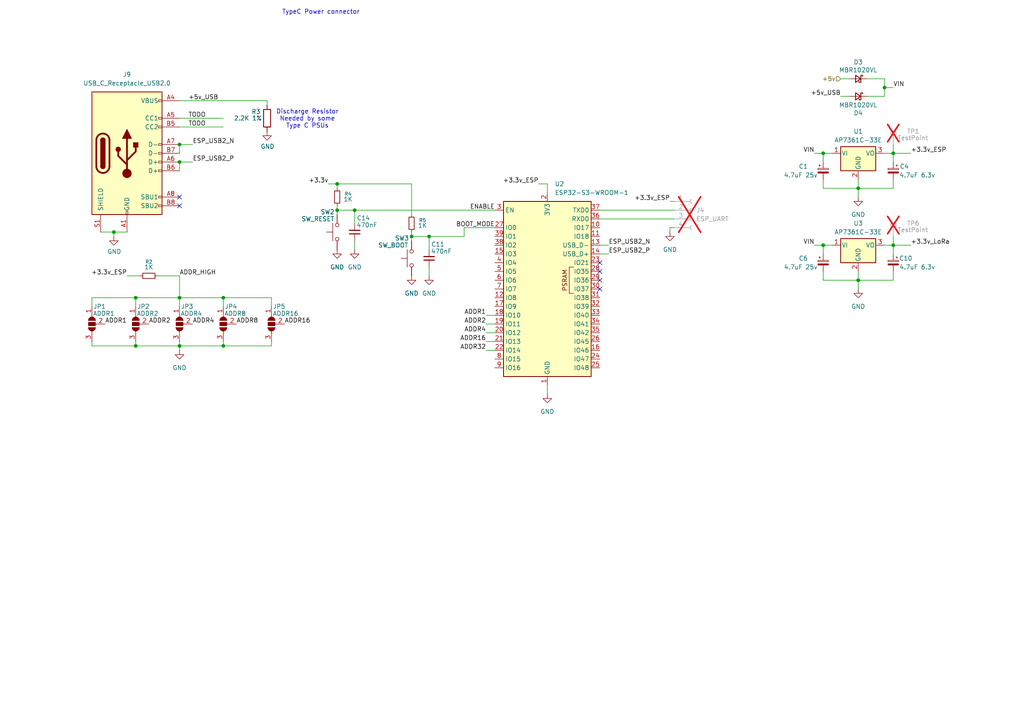
<source format=kicad_sch>
(kicad_sch (version 20250114) (generator "eeschema") (generator_version "9.0")
  (paper "A4")
  (lib_symbols
    (symbol "Connector:Conn_01x04_Socket" (pin_names (offset 1.016) (hide yes))
      (property "Reference" "J" (at 0 5.08 0))
      (property "Value" "Conn_01x04_Socket" (at 0 -7.62 0))
      (symbol "Conn_01x04_Socket_1_1"
        (polyline (pts (xy -1.27 2.54) (xy -0.508 2.54)) (stroke (width 0.1524)))
        (polyline (pts (xy -1.27 0) (xy -0.508 0)) (stroke (width 0.1524)))
        (polyline (pts (xy -1.27 -2.54) (xy -0.508 -2.54)) (stroke (width 0.1524)))
        (polyline (pts (xy -1.27 -5.08) (xy -0.508 -5.08)) (stroke (width 0.1524)))
        (arc (start 0 2.032) (mid -0.5058 2.54) (end 0 3.048) (stroke (width 0.1524)))
        (arc (start 0 -0.508) (mid -0.5058 0) (end 0 0.508) (stroke (width 0.1524)))
        (arc (start 0 -3.048) (mid -0.5058 -2.54) (end 0 -2.032) (stroke (width 0.1524)))
        (arc (start 0 -5.588) (mid -0.5058 -5.08) (end 0 -4.572) (stroke (width 0.1524)))
        (pin passive line (at -5.08 2.54 0) (length 3.81) (name "Pin_1") (number "1"))
        (pin passive line (at -5.08 0 0) (length 3.81) (name "Pin_2") (number "2"))
        (pin passive line (at -5.08 -2.54 0) (length 3.81) (name "Pin_3") (number "3"))
        (pin passive line (at -5.08 -5.08 0) (length 3.81) (name "Pin_4") (number "4"))
      )
    )
    (symbol "Connector:TestPoint" (pin_numbers (hide yes)) (pin_names (offset 0.762) (hide yes))
      (property "Reference" "TP" (at 0 6.858 0))
      (property "Value" "TestPoint" (at 0 5.08 0))
      (symbol "TestPoint_0_1"
        (circle (center 0 3.302) (radius 0.762))
      )
      (symbol "TestPoint_1_1"
        (pin passive line (at 0 0 90) (length 2.54) (name "1") (number "1"))
      )
    )
    (symbol "Connector:USB_C_Receptacle_USB2.0_16P" (pin_names (offset 1.016))
      (property "Reference" "J" (at 0 22.225 0))
      (property "Value" "USB_C_Receptacle_USB2.0_16P" (at 0 19.685 0))
      (symbol "USB_C_Receptacle_USB2.0_16P_0_0"
        (rectangle (start -0.254 -17.78) (end 0.254 -16.764))
        (rectangle (start 10.16 15.494) (end 9.144 14.986))
        (rectangle (start 10.16 10.414) (end 9.144 9.906))
        (rectangle (start 10.16 7.874) (end 9.144 7.366))
        (rectangle (start 10.16 2.794) (end 9.144 2.286))
        (rectangle (start 10.16 0.254) (end 9.144 -0.254))
        (rectangle (start 10.16 -2.286) (end 9.144 -2.794))
        (rectangle (start 10.16 -4.826) (end 9.144 -5.334))
        (rectangle (start 10.16 -12.446) (end 9.144 -12.954))
        (rectangle (start 10.16 -14.986) (end 9.144 -15.494))
      )
      (symbol "USB_C_Receptacle_USB2.0_16P_0_1"
        (rectangle (start -10.16 17.78) (end 10.16 -17.78) (stroke (width 0.254)) (fill (type background)))
        (polyline (pts (xy -8.89 -3.81) (xy -8.89 3.81)) (stroke (width 0.508)))
        (rectangle (start -7.62 -3.81) (end -6.35 3.81) (stroke (width 0.254)) (fill (type outline)))
        (arc (start -7.62 3.81) (mid -6.985 4.4423) (end -6.35 3.81) (stroke (width 0.254)))
        (arc (start -7.62 3.81) (mid -6.985 4.4423) (end -6.35 3.81) (stroke (width 0.254)) (fill (type outline)))
        (arc (start -8.89 3.81) (mid -6.985 5.7067) (end -5.08 3.81) (stroke (width 0.508)))
        (arc (start -5.08 -3.81) (mid -6.985 -5.7067) (end -8.89 -3.81) (stroke (width 0.508)))
        (arc (start -6.35 -3.81) (mid -6.985 -4.4423) (end -7.62 -3.81) (stroke (width 0.254)))
        (arc (start -6.35 -3.81) (mid -6.985 -4.4423) (end -7.62 -3.81) (stroke (width 0.254)) (fill (type outline)))
        (polyline (pts (xy -5.08 3.81) (xy -5.08 -3.81)) (stroke (width 0.508)))
        (circle (center -2.54 1.143) (radius 0.635) (stroke (width 0.254)) (fill (type outline)))
        (polyline (pts (xy -1.27 4.318) (xy 0 6.858) (xy 1.27 4.318) (xy -1.27 4.318)) (stroke (width 0.254)) (fill (type outline)))
        (polyline (pts (xy 0 -2.032) (xy 2.54 0.508) (xy 2.54 1.778)) (stroke (width 0.508)))
        (polyline (pts (xy 0 -3.302) (xy -2.54 -0.762) (xy -2.54 0.508)) (stroke (width 0.508)))
        (polyline (pts (xy 0 -5.842) (xy 0 4.318)) (stroke (width 0.508)))
        (circle (center 0 -5.842) (radius 1.27) (fill (type outline)))
        (rectangle (start 1.905 1.778) (end 3.175 3.048) (stroke (width 0.254)) (fill (type outline)))
      )
      (symbol "USB_C_Receptacle_USB2.0_16P_1_1"
        (pin passive line (at -7.62 -22.86 90) (length 5.08) (name "SHIELD") (number "S1"))
        (pin passive line (at 0 -22.86 90) (length 5.08) (name "GND") (number "A1"))
        (pin passive line (at 0 -22.86 90) (length 5.08) (hide yes) (name "GND") (number "A12"))
        (pin passive line (at 0 -22.86 90) (length 5.08) (hide yes) (name "GND") (number "B1"))
        (pin passive line (at 0 -22.86 90) (length 5.08) (hide yes) (name "GND") (number "B12"))
        (pin passive line (at 15.24 15.24 180) (length 5.08) (name "VBUS") (number "A4"))
        (pin passive line (at 15.24 15.24 180) (length 5.08) (hide yes) (name "VBUS") (number "A9"))
        (pin passive line (at 15.24 15.24 180) (length 5.08) (hide yes) (name "VBUS") (number "B4"))
        (pin passive line (at 15.24 15.24 180) (length 5.08) (hide yes) (name "VBUS") (number "B9"))
        (pin bidirectional line (at 15.24 10.16 180) (length 5.08) (name "CC1") (number "A5"))
        (pin bidirectional line (at 15.24 7.62 180) (length 5.08) (name "CC2") (number "B5"))
        (pin bidirectional line (at 15.24 2.54 180) (length 5.08) (name "D-") (number "A7"))
        (pin bidirectional line (at 15.24 0 180) (length 5.08) (name "D-") (number "B7"))
        (pin bidirectional line (at 15.24 -2.54 180) (length 5.08) (name "D+") (number "A6"))
        (pin bidirectional line (at 15.24 -5.08 180) (length 5.08) (name "D+") (number "B6"))
        (pin bidirectional line (at 15.24 -12.7 180) (length 5.08) (name "SBU1") (number "A8"))
        (pin bidirectional line (at 15.24 -15.24 180) (length 5.08) (name "SBU2") (number "B8"))
      )
    )
    (symbol "Device:C_Polarized_Small" (pin_numbers (hide yes)) (pin_names (offset 0.254) (hide yes))
      (property "Reference" "C" (at 0.254 1.778 0))
      (property "Value" "C_Polarized_Small" (at 0.254 -2.032 0))
      (symbol "C_Polarized_Small_0_1"
        (rectangle (start -1.524 0.6858) (end 1.524 0.3048))
        (rectangle (start -1.524 -0.3048) (end 1.524 -0.6858) (fill (type outline)))
        (polyline (pts (xy -1.27 1.524) (xy -0.762 1.524)))
        (polyline (pts (xy -1.016 1.27) (xy -1.016 1.778)))
      )
      (symbol "C_Polarized_Small_1_1"
        (pin passive line (at 0 2.54 270) (length 1.8542) (name "~") (number "1"))
        (pin passive line (at 0 -2.54 90) (length 1.8542) (name "~") (number "2"))
      )
    )
    (symbol "Device:C_Small" (pin_numbers (hide yes)) (pin_names (offset 0.254) (hide yes))
      (property "Reference" "C" (at 0.254 1.778 0))
      (property "Value" "C_Small" (at 0.254 -2.032 0))
      (symbol "C_Small_0_1"
        (polyline (pts (xy -1.524 0.508) (xy 1.524 0.508)) (stroke (width 0.3048)))
        (polyline (pts (xy -1.524 -0.508) (xy 1.524 -0.508)) (stroke (width 0.3302)))
      )
      (symbol "C_Small_1_1"
        (pin passive line (at 0 2.54 270) (length 2.032) (name "~") (number "1"))
        (pin passive line (at 0 -2.54 90) (length 2.032) (name "~") (number "2"))
      )
    )
    (symbol "Device:D_Schottky_Small" (pin_numbers (hide yes)) (pin_names (offset 0.254) (hide yes))
      (property "Reference" "D" (at -1.27 2.032 0))
      (property "Value" "D_Schottky_Small" (at -7.112 -2.032 0))
      (symbol "D_Schottky_Small_0_1"
        (polyline (pts (xy -1.27 0.762) (xy -1.27 1.016) (xy -0.762 1.016) (xy -0.762 -1.016) (xy -0.254 -1.016) (xy -0.254 -0.762)) (stroke (width 0.254)))
        (polyline (pts (xy -0.762 0) (xy 0.762 0)))
        (polyline (pts (xy 0.762 -1.016) (xy -0.762 0) (xy 0.762 1.016) (xy 0.762 -1.016)) (stroke (width 0.254)))
      )
      (symbol "D_Schottky_Small_1_1"
        (pin passive line (at -2.54 0 0) (length 1.778) (name "K") (number "1"))
        (pin passive line (at 2.54 0 180) (length 1.778) (name "A") (number "2"))
      )
    )
    (symbol "Device:R" (pin_numbers (hide yes)) (pin_names (offset 0))
      (property "Reference" "R" (at 2.032 0 90))
      (property "Value" "R" (at 0 0 90))
      (symbol "R_0_1"
        (rectangle (start -1.016 -2.54) (end 1.016 2.54) (stroke (width 0.254)))
      )
      (symbol "R_1_1"
        (pin passive line (at 0 3.81 270) (length 1.27) (name "~") (number "1"))
        (pin passive line (at 0 -3.81 90) (length 1.27) (name "~") (number "2"))
      )
    )
    (symbol "Device:R_Small" (pin_numbers (hide yes)) (pin_names (offset 0.254) (hide yes))
      (property "Reference" "R" (at 0 0 90))
      (property "Value" "R_Small" (at 1.778 0 90))
      (symbol "R_Small_0_1"
        (rectangle (start -0.762 1.778) (end 0.762 -1.778) (stroke (width 0.2032)))
      )
      (symbol "R_Small_1_1"
        (pin passive line (at 0 2.54 270) (length 0.762) (name "~") (number "1"))
        (pin passive line (at 0 -2.54 90) (length 0.762) (name "~") (number "2"))
      )
    )
    (symbol "Jumper:SolderJumper_3_Open" (pin_names (offset 0) (hide yes)) (in_bom no)
      (property "Reference" "JP" (at -2.54 -2.54 0))
      (property "Value" "SolderJumper_3_Open" (at 0 2.794 0))
      (symbol "SolderJumper_3_Open_0_1"
        (polyline (pts (xy -2.54 0) (xy -2.032 0)))
        (polyline (pts (xy -1.016 1.016) (xy -1.016 -1.016)))
        (arc (start -1.016 -1.016) (mid -2.0276 0) (end -1.016 1.016))
        (arc (start -1.016 -1.016) (mid -2.0276 0) (end -1.016 1.016) (fill (type outline)))
        (rectangle (start -0.508 1.016) (end 0.508 -1.016) (fill (type outline)))
        (polyline (pts (xy 0 -1.27) (xy 0 -1.016)))
        (arc (start 1.016 1.016) (mid 2.0276 0) (end 1.016 -1.016))
        (arc (start 1.016 1.016) (mid 2.0276 0) (end 1.016 -1.016) (fill (type outline)))
        (polyline (pts (xy 1.016 1.016) (xy 1.016 -1.016)))
        (polyline (pts (xy 2.54 0) (xy 2.032 0)))
      )
      (symbol "SolderJumper_3_Open_1_1"
        (pin passive line (at -5.08 0 0) (length 2.54) (name "A") (number "1"))
        (pin passive line (at 0 -3.81 90) (length 2.54) (name "C") (number "2"))
        (pin passive line (at 5.08 0 180) (length 2.54) (name "B") (number "3"))
      )
    )
    (symbol "RF_Module:ESP32-S3-WROOM-1"
      (property "Reference" "U" (at -12.7 26.67 0))
      (property "Value" "ESP32-S3-WROOM-1" (at 12.7 26.67 0))
      (symbol "ESP32-S3-WROOM-1_0_0"
        (rectangle (start -12.7 25.4) (end 12.7 -25.4) (stroke (width 0.254)) (fill (type background)))
        (text "PSRAM" (at 5.08 2.54 900) (effects (font (size 1.27 1.27))))
      )
      (symbol "ESP32-S3-WROOM-1_0_1"
        (polyline (pts (xy 7.62 -1.27) (xy 6.35 -1.27) (xy 6.35 6.35) (xy 7.62 6.35)))
      )
      (symbol "ESP32-S3-WROOM-1_1_1"
        (pin input line (at -15.24 22.86 0) (length 2.54) (name "EN") (number "3"))
        (pin bidirectional line (at -15.24 17.78 0) (length 2.54) (name "IO0") (number "27"))
        (pin bidirectional line (at -15.24 15.24 0) (length 2.54) (name "IO1") (number "39"))
        (pin bidirectional line (at -15.24 12.7 0) (length 2.54) (name "IO2") (number "38"))
        (pin bidirectional line (at -15.24 10.16 0) (length 2.54) (name "IO3") (number "15"))
        (pin bidirectional line (at -15.24 7.62 0) (length 2.54) (name "IO4") (number "4"))
        (pin bidirectional line (at -15.24 5.08 0) (length 2.54) (name "IO5") (number "5"))
        (pin bidirectional line (at -15.24 2.54 0) (length 2.54) (name "IO6") (number "6"))
        (pin bidirectional line (at -15.24 0 0) (length 2.54) (name "IO7") (number "7"))
        (pin bidirectional line (at -15.24 -2.54 0) (length 2.54) (name "IO8") (number "12"))
        (pin bidirectional line (at -15.24 -5.08 0) (length 2.54) (name "IO9") (number "17"))
        (pin bidirectional line (at -15.24 -7.62 0) (length 2.54) (name "IO10") (number "18"))
        (pin bidirectional line (at -15.24 -10.16 0) (length 2.54) (name "IO11") (number "19"))
        (pin bidirectional line (at -15.24 -12.7 0) (length 2.54) (name "IO12") (number "20"))
        (pin bidirectional line (at -15.24 -15.24 0) (length 2.54) (name "IO13") (number "21"))
        (pin bidirectional line (at -15.24 -17.78 0) (length 2.54) (name "IO14") (number "22"))
        (pin bidirectional line (at -15.24 -20.32 0) (length 2.54) (name "IO15") (number "8"))
        (pin bidirectional line (at -15.24 -22.86 0) (length 2.54) (name "IO16") (number "9"))
        (pin power_in line (at 0 27.94 270) (length 2.54) (name "3V3") (number "2"))
        (pin power_in line (at 0 -27.94 90) (length 2.54) (name "GND") (number "1"))
        (pin passive line (at 0 -27.94 90) (length 2.54) (hide yes) (name "GND") (number "40"))
        (pin passive line (at 0 -27.94 90) (length 2.54) (hide yes) (name "GND") (number "41"))
        (pin bidirectional line (at 15.24 22.86 180) (length 2.54) (name "TXD0") (number "37"))
        (pin bidirectional line (at 15.24 20.32 180) (length 2.54) (name "RXD0") (number "36"))
        (pin bidirectional line (at 15.24 17.78 180) (length 2.54) (name "IO17") (number "10"))
        (pin bidirectional line (at 15.24 15.24 180) (length 2.54) (name "IO18") (number "11"))
        (pin bidirectional line (at 15.24 12.7 180) (length 2.54) (name "USB_D-") (number "13"))
        (pin bidirectional line (at 15.24 10.16 180) (length 2.54) (name "USB_D+") (number "14"))
        (pin bidirectional line (at 15.24 7.62 180) (length 2.54) (name "IO21") (number "23"))
        (pin bidirectional line (at 15.24 5.08 180) (length 2.54) (name "IO35") (number "28"))
        (pin bidirectional line (at 15.24 2.54 180) (length 2.54) (name "IO36") (number "29"))
        (pin bidirectional line (at 15.24 0 180) (length 2.54) (name "IO37") (number "30"))
        (pin bidirectional line (at 15.24 -2.54 180) (length 2.54) (name "IO38") (number "31"))
        (pin bidirectional line (at 15.24 -5.08 180) (length 2.54) (name "IO39") (number "32"))
        (pin bidirectional line (at 15.24 -7.62 180) (length 2.54) (name "IO40") (number "33"))
        (pin bidirectional line (at 15.24 -10.16 180) (length 2.54) (name "IO41") (number "34"))
        (pin bidirectional line (at 15.24 -12.7 180) (length 2.54) (name "IO42") (number "35"))
        (pin bidirectional line (at 15.24 -15.24 180) (length 2.54) (name "IO45") (number "26"))
        (pin bidirectional line (at 15.24 -17.78 180) (length 2.54) (name "IO46") (number "16"))
        (pin bidirectional line (at 15.24 -20.32 180) (length 2.54) (name "IO47") (number "24"))
        (pin bidirectional line (at 15.24 -22.86 180) (length 2.54) (name "IO48") (number "25"))
      )
    )
    (symbol "Regulator_Linear:AP7361C-33E" (pin_names (offset 0.254))
      (property "Reference" "U" (at -3.81 3.175 0))
      (property "Value" "AP7361C-33E" (at 0 3.175 0))
      (symbol "AP7361C-33E_0_1"
        (rectangle (start -5.08 -5.08) (end 5.08 1.905) (stroke (width 0.254)) (fill (type background)))
      )
      (symbol "AP7361C-33E_1_1"
        (pin power_in line (at -7.62 0 0) (length 2.54) (name "VI") (number "1"))
        (pin power_in line (at 0 -7.62 90) (length 2.54) (name "GND") (number "2"))
        (pin power_out line (at 7.62 0 180) (length 2.54) (name "VO") (number "3"))
      )
    )
    (symbol "Switch:SW_Push" (pin_numbers (hide yes)) (pin_names (offset 1.016) (hide yes))
      (property "Reference" "SW" (at 1.27 2.54 0))
      (property "Value" "SW_Push" (at 0 -1.524 0))
      (symbol "SW_Push_0_1"
        (circle (center -2.032 0) (radius 0.508))
        (polyline (pts (xy 0 1.27) (xy 0 3.048)))
        (circle (center 2.032 0) (radius 0.508))
        (polyline (pts (xy 2.54 1.27) (xy -2.54 1.27)))
        (pin passive line (at -5.08 0 0) (length 2.54) (name "1") (number "1"))
        (pin passive line (at 5.08 0 180) (length 2.54) (name "2") (number "2"))
      )
    )
    (symbol "power:GND" (power) (pin_numbers (hide yes)) (pin_names (offset 0) (hide yes))
      (property "Value" "GND" (at 0 -3.81 0))
      (symbol "GND_0_1"
        (polyline (pts (xy 0 0) (xy 0 -1.27) (xy 1.27 -1.27) (xy 0 -2.54) (xy -1.27 -1.27) (xy 0 -1.27)))
      )
      (symbol "GND_1_1"
        (pin power_in line (at 0 0 270) (length 0) (name "~") (number "1"))
      )
    )
  )
  (text "Discharge Resistor\nNeeded by some\nType C PSUs" (at 89.154 34.544 0) (effects (font (size 1.27 1.27))))
  (text "TypeC Power connector" (at 81.788 4.318 0) (effects (font (size 1.27 1.27)) (justify left bottom)))
  (junction (at 52.07 46.99))
  (junction (at 52.07 41.91))
  (junction (at 259.08 71.12))
  (junction (at 39.37 86.36))
  (junction (at 64.77 100.33))
  (junction (at 119.38 68.58))
  (junction (at 33.02 67.31))
  (junction (at 238.76 71.12))
  (junction (at 39.37 100.33))
  (junction (at 124.46 68.58))
  (junction (at 256.54 25.4))
  (junction (at 64.77 86.36))
  (junction (at 52.07 100.33))
  (junction (at 97.79 53.34))
  (junction (at 248.92 54.61))
  (junction (at 259.08 44.45))
  (junction (at 102.87 60.96))
  (junction (at 52.07 86.36))
  (junction (at 248.92 81.28))
  (junction (at 238.76 44.45))
  (junction (at 97.79 60.96))
  (no_connect (at 52.07 57.15))
  (no_connect (at 173.99 76.2))
  (no_connect (at 173.99 78.74))
  (no_connect (at 52.07 59.69))
  (no_connect (at 173.99 81.28))
  (no_connect (at 173.99 83.82))
  (wire (pts (xy 52.07 29.21) (xy 77.47 29.21)))
  (wire (pts (xy 140.97 91.44) (xy 143.51 91.44)))
  (wire (pts (xy 256.54 71.12) (xy 259.08 71.12)))
  (wire (pts (xy 140.97 99.06) (xy 143.51 99.06)))
  (wire (pts (xy 64.77 100.33) (xy 78.74 100.33)))
  (wire (pts (xy 259.08 44.45) (xy 264.16 44.45)))
  (wire (pts (xy 259.08 54.61) (xy 248.92 54.61)))
  (wire (pts (xy 256.54 22.86) (xy 256.54 25.4)))
  (wire (pts (xy 124.46 77.47) (xy 124.46 80.01)))
  (wire (pts (xy 140.97 93.98) (xy 143.51 93.98)))
  (wire (pts (xy 241.3 71.12) (xy 238.76 71.12)))
  (wire (pts (xy 238.76 52.07) (xy 238.76 54.61)))
  (wire (pts (xy 156.21 53.34) (xy 158.75 53.34)))
  (wire (pts (xy 52.07 41.91) (xy 52.07 44.45)))
  (wire (pts (xy 158.75 111.76) (xy 158.75 114.3)))
  (wire (pts (xy 97.79 53.34) (xy 97.79 54.61)))
  (wire (pts (xy 248.92 81.28) (xy 248.92 83.82)))
  (wire (pts (xy 195.58 66.04) (xy 194.31 66.04)))
  (wire (pts (xy 26.67 100.33) (xy 39.37 100.33)))
  (wire (pts (xy 97.79 59.69) (xy 97.79 60.96)))
  (wire (pts (xy 52.07 80.01) (xy 52.07 86.36)))
  (wire (pts (xy 97.79 60.96) (xy 102.87 60.96)))
  (wire (pts (xy 64.77 99.06) (xy 64.77 100.33)))
  (wire (pts (xy 119.38 68.58) (xy 124.46 68.58)))
  (wire (pts (xy 194.31 58.42) (xy 195.58 58.42)))
  (wire (pts (xy 248.92 54.61) (xy 248.92 57.15)))
  (wire (pts (xy 259.08 44.45) (xy 259.08 46.99)))
  (wire (pts (xy 236.22 71.12) (xy 238.76 71.12)))
  (wire (pts (xy 259.08 81.28) (xy 248.92 81.28)))
  (wire (pts (xy 97.79 53.34) (xy 119.38 53.34)))
  (wire (pts (xy 256.54 25.4) (xy 256.54 27.94)))
  (wire (pts (xy 119.38 67.31) (xy 119.38 68.58)))
  (wire (pts (xy 238.76 54.61) (xy 248.92 54.61)))
  (wire (pts (xy 256.54 27.94) (xy 251.46 27.94)))
  (wire (pts (xy 29.21 67.31) (xy 33.02 67.31)))
  (wire (pts (xy 78.74 99.06) (xy 78.74 100.33)))
  (wire (pts (xy 78.74 86.36) (xy 78.74 88.9)))
  (wire (pts (xy 33.02 67.31) (xy 36.83 67.31)))
  (wire (pts (xy 52.07 100.33) (xy 64.77 100.33)))
  (wire (pts (xy 36.83 80.01) (xy 40.64 80.01)))
  (wire (pts (xy 52.07 100.33) (xy 52.07 99.06)))
  (wire (pts (xy 238.76 44.45) (xy 238.76 46.99)))
  (wire (pts (xy 173.99 73.66) (xy 176.53 73.66)))
  (wire (pts (xy 39.37 86.36) (xy 52.07 86.36)))
  (wire (pts (xy 243.84 27.94) (xy 246.38 27.94)))
  (wire (pts (xy 39.37 99.06) (xy 39.37 100.33)))
  (wire (pts (xy 26.67 86.36) (xy 39.37 86.36)))
  (wire (pts (xy 248.92 52.07) (xy 248.92 54.61)))
  (wire (pts (xy 52.07 46.99) (xy 52.07 49.53)))
  (wire (pts (xy 256.54 44.45) (xy 259.08 44.45)))
  (wire (pts (xy 102.87 69.85) (xy 102.87 72.39)))
  (wire (pts (xy 26.67 88.9) (xy 26.67 86.36)))
  (wire (pts (xy 52.07 36.83) (xy 64.77 36.83)))
  (wire (pts (xy 102.87 60.96) (xy 143.51 60.96)))
  (wire (pts (xy 52.07 100.33) (xy 52.07 101.6)))
  (wire (pts (xy 173.99 71.12) (xy 176.53 71.12)))
  (wire (pts (xy 259.08 78.74) (xy 259.08 81.28)))
  (wire (pts (xy 158.75 53.34) (xy 158.75 55.88)))
  (wire (pts (xy 259.08 41.91) (xy 259.08 44.45)))
  (wire (pts (xy 241.3 44.45) (xy 238.76 44.45)))
  (wire (pts (xy 95.25 53.34) (xy 97.79 53.34)))
  (wire (pts (xy 256.54 25.4) (xy 259.08 25.4)))
  (wire (pts (xy 52.07 34.29) (xy 64.77 34.29)))
  (wire (pts (xy 26.67 99.06) (xy 26.67 100.33)))
  (wire (pts (xy 236.22 44.45) (xy 238.76 44.45)))
  (wire (pts (xy 119.38 68.58) (xy 119.38 69.85)))
  (wire (pts (xy 77.47 29.21) (xy 77.47 30.48)))
  (wire (pts (xy 259.08 68.58) (xy 259.08 71.12)))
  (wire (pts (xy 140.97 96.52) (xy 143.51 96.52)))
  (wire (pts (xy 251.46 22.86) (xy 256.54 22.86)))
  (wire (pts (xy 124.46 68.58) (xy 134.62 68.58)))
  (wire (pts (xy 173.99 63.5) (xy 195.58 63.5)))
  (wire (pts (xy 259.08 52.07) (xy 259.08 54.61)))
  (wire (pts (xy 64.77 86.36) (xy 64.77 88.9)))
  (wire (pts (xy 243.84 22.86) (xy 246.38 22.86)))
  (wire (pts (xy 173.99 60.96) (xy 195.58 60.96)))
  (wire (pts (xy 140.97 101.6) (xy 143.51 101.6)))
  (wire (pts (xy 134.62 66.04) (xy 134.62 68.58)))
  (wire (pts (xy 52.07 41.91) (xy 55.88 41.91)))
  (wire (pts (xy 39.37 100.33) (xy 52.07 100.33)))
  (wire (pts (xy 259.08 71.12) (xy 264.16 71.12)))
  (wire (pts (xy 238.76 81.28) (xy 248.92 81.28)))
  (wire (pts (xy 39.37 86.36) (xy 39.37 88.9)))
  (wire (pts (xy 102.87 60.96) (xy 102.87 64.77)))
  (wire (pts (xy 248.92 78.74) (xy 248.92 81.28)))
  (wire (pts (xy 119.38 53.34) (xy 119.38 62.23)))
  (wire (pts (xy 97.79 60.96) (xy 97.79 62.23)))
  (wire (pts (xy 194.31 66.04) (xy 194.31 67.31)))
  (wire (pts (xy 238.76 71.12) (xy 238.76 73.66)))
  (wire (pts (xy 52.07 86.36) (xy 64.77 86.36)))
  (wire (pts (xy 52.07 46.99) (xy 55.88 46.99)))
  (wire (pts (xy 259.08 71.12) (xy 259.08 73.66)))
  (wire (pts (xy 45.72 80.01) (xy 52.07 80.01)))
  (wire (pts (xy 143.51 66.04) (xy 134.62 66.04)))
  (wire (pts (xy 124.46 68.58) (xy 124.46 72.39)))
  (wire (pts (xy 238.76 78.74) (xy 238.76 81.28)))
  (wire (pts (xy 33.02 68.58) (xy 33.02 67.31)))
  (wire (pts (xy 52.07 86.36) (xy 52.07 88.9)))
  (wire (pts (xy 64.77 86.36) (xy 78.74 86.36)))
  (label "ADDR16" (at 82.55 93.98 0))
  (label "ADDR_HIGH" (at 52.07 80.01 0))
  (label "TODO" (at 54.61 34.29 0))
  (label "ADDR16" (at 140.97 99.06 180))
  (label "ADDR4" (at 55.88 93.98 0))
  (label "ESP_USB2_P" (at 176.53 73.66 0))
  (label "VIN" (at 236.22 44.45 180))
  (label "VIN" (at 259.08 25.4 0))
  (label "+3.3v" (at 95.25 53.34 180))
  (label "ESP_USB2_N" (at 176.53 71.12 0))
  (label "+3.3v_ESP" (at 264.16 44.45 0))
  (label "+3.3v_LoRa" (at 264.16 71.12 0))
  (label "ADDR1" (at 140.97 91.44 180))
  (label "+3.3v_ESP" (at 36.83 80.01 180))
  (label "ADDR1" (at 30.48 93.98 0))
  (label "+3.3v_ESP" (at 194.31 58.42 180))
  (label "+3.3v_ESP" (at 156.21 53.34 180))
  (label "TODO" (at 54.61 36.83 0))
  (label "ADDR2" (at 43.18 93.98 0))
  (label "ADDR32" (at 140.97 101.6 180))
  (label "+5v_USB" (at 54.61 29.21 0))
  (label "ENABLE" (at 143.51 60.96 180))
  (label "BOOT_MODE" (at 143.51 66.04 180))
  (label "VIN" (at 236.22 71.12 180))
  (label "ESP_USB2_N" (at 55.88 41.91 0))
  (label "ESP_USB2_P" (at 55.88 46.99 0))
  (label "ADDR2" (at 140.97 93.98 180))
  (label "+5v_USB" (at 243.84 27.94 180))
  (label "ADDR8" (at 68.58 93.98 0))
  (label "ADDR4" (at 140.97 96.52 180))
  (hierarchical_label "+5v" (shape input) (at 243.84 22.86 180))
  (symbol (lib_id "Jumper:SolderJumper_3_Open") (at 39.37 93.98 90) (mirror x) (unit 1) (in_bom no)
    (property "Reference" "JP2" (at 43.434 88.9 90) (effects (justify left)))
    (property "Value" "ADDR2" (at 45.974 90.932 90) (effects (justify left)))
    (property "Footprint" "Jumper:SolderJumper-3_P2.0mm_Open_TrianglePad1.0x1.5mm" (effects (hide yes)))
    (property "Description" "Solder Jumper, 3-pole, open" (effects (hide yes)))
  )
  (symbol (lib_id "Connector:Conn_01x04_Socket") (at 200.66 60.96 0) (unit 1) (dnp yes)
    (property "Reference" "J4" (at 201.93 60.9599 0) (effects (justify left)))
    (property "Value" "ESP_UART" (at 201.93 63.4999 0) (effects (justify left)))
    (property "Footprint" "Connector_PinSocket_2.54mm:PinSocket_1x04_P2.54mm_Vertical" (effects (hide yes)))
    (property "Description" "Generic connector, single row, 01x04, script generated" (effects (hide yes)))
  )
  (symbol (lib_id "Jumper:SolderJumper_3_Open") (at 26.67 93.98 90) (mirror x) (unit 1) (in_bom no)
    (property "Reference" "JP1" (at 30.734 88.9 90) (effects (justify left)))
    (property "Value" "ADDR1" (at 33.274 90.932 90) (effects (justify left)))
    (property "Footprint" "Jumper:SolderJumper-3_P2.0mm_Open_TrianglePad1.0x1.5mm" (effects (hide yes)))
    (property "Description" "Solder Jumper, 3-pole, open" (effects (hide yes)))
  )
  (symbol (lib_id "Device:R_Small") (at 119.38 64.77 0) (unit 1)
    (property "Reference" "R5" (at 122.555 63.881 0) (effects (font (size 1.016 1.016))))
    (property "Value" "1K" (at 122.555 65.405 0))
    (property "Footprint" "Resistor_SMD:R_0805_2012Metric_Pad1.20x1.40mm_HandSolder" (effects (hide yes)))
    (property "Description" "Resistor, small symbol" (effects (hide yes)))
  )
  (symbol (lib_id "Connector:TestPoint") (at 259.08 41.91 0) (unit 1) (in_bom no) (dnp yes)
    (property "Reference" "TP1" (at 266.7 38.1 0) (effects (justify right)))
    (property "Value" "TestPoint" (at 269.24 40.005 0) (effects (justify right)))
    (property "Footprint" "TestPoint:TestPoint_Pad_2.0x2.0mm" (effects (hide yes)))
    (property "Field4" "nf" (effects (hide yes)))
    (property "Field5" "nf" (effects (hide yes)))
    (property "Field6" "nf" (effects (hide yes)))
    (property "Field7" "nf" (effects (hide yes)))
    (property "Part Description" "Test point" (effects (hide yes)))
  )
  (symbol (lib_id "power:GND") (at 194.31 67.31 0) (unit 1)
    (property "Reference" "#PWR016" (effects (hide yes)))
    (property "Value" "GND" (at 194.31 72.39 0))
    (property "Description" "Power symbol creates a global label with name \"GND\" , ground" (effects (hide yes)))
  )
  (symbol (lib_id "power:GND") (at 248.92 57.15 0) (unit 1)
    (property "Reference" "#PWR018" (effects (hide yes)))
    (property "Value" "GND" (at 248.92 62.23 0))
    (property "Description" "Power symbol creates a global label with name \"GND\" , ground" (effects (hide yes)))
  )
  (symbol (lib_id "Device:D_Schottky_Small") (at 248.92 22.86 0) (mirror y) (unit 1)
    (property "Reference" "D3" (at 248.92 18.034 0))
    (property "Value" "MBR1020VL" (at 248.92 20.32 0))
    (property "Footprint" "Diode_SMD:D_SOD-123F" (effects (hide yes)))
    (property "Description" "Diode: Schottky rectifying; SOD123F; SMD; 20V; 1A; Dropout < 340mV" (effects (hide yes)))
    (property "Field5" "MBR1020VL_R1_00001" (effects (hide yes)))
    (property "Field6" "MBR1020VL_R1_00001" (effects (hide yes)))
    (property "Field7" "PanJit Semiconductor" (effects (hide yes)))
  )
  (symbol (lib_id "Connector:TestPoint") (at 259.08 68.58 0) (unit 1) (in_bom no) (dnp yes)
    (property "Reference" "TP6" (at 266.7 64.77 0) (effects (justify right)))
    (property "Value" "TestPoint" (at 269.24 66.675 0) (effects (justify right)))
    (property "Footprint" "TestPoint:TestPoint_Pad_2.0x2.0mm" (effects (hide yes)))
    (property "Field4" "nf" (effects (hide yes)))
    (property "Field5" "nf" (effects (hide yes)))
    (property "Field6" "nf" (effects (hide yes)))
    (property "Field7" "nf" (effects (hide yes)))
    (property "Part Description" "Test point" (effects (hide yes)))
  )
  (symbol (lib_id "Device:C_Small") (at 124.46 74.93 180) (unit 1)
    (property "Reference" "C11" (at 127 70.866 0))
    (property "Value" "470nF" (at 128.016 72.898 0))
    (property "Footprint" "Capacitor_SMD:C_0805_2012Metric_Pad1.18x1.45mm_HandSolder" (effects (hide yes)))
    (property "Description" "Unpolarized capacitor, small symbol" (effects (hide yes)))
  )
  (symbol (lib_id "power:GND") (at 97.79 72.39 0) (unit 1)
    (property "Reference" "#PWR020" (effects (hide yes)))
    (property "Value" "GND" (at 97.79 77.47 0))
    (property "Description" "Power symbol creates a global label with name \"GND\" , ground" (effects (hide yes)))
  )
  (symbol (lib_id "Device:R_Small") (at 97.79 57.15 0) (unit 1)
    (property "Reference" "R4" (at 100.965 56.261 0) (effects (font (size 1.016 1.016))))
    (property "Value" "1K" (at 100.965 57.785 0))
    (property "Footprint" "Resistor_SMD:R_0805_2012Metric_Pad1.20x1.40mm_HandSolder" (effects (hide yes)))
    (property "Description" "Resistor, small symbol" (effects (hide yes)))
  )
  (symbol (lib_id "Device:R_Small") (at 43.18 80.01 90) (unit 1)
    (property "Reference" "R2" (at 43.18 75.946 90) (effects (font (size 1.016 1.016))))
    (property "Value" "1K" (at 43.18 77.47 90))
    (property "Footprint" "Resistor_SMD:R_0805_2012Metric_Pad1.20x1.40mm_HandSolder" (effects (hide yes)))
    (property "Description" "Resistor, small symbol" (effects (hide yes)))
  )
  (symbol (lib_id "power:GND") (at 33.02 68.58 0) (unit 1)
    (property "Reference" "#PWR014" (effects (hide yes)))
    (property "Value" "GND" (at 33.147 72.9742 0))
    (property "Description" "Power symbol creates a global label with name \"GND\" , ground" (effects (hide yes)))
  )
  (symbol (lib_id "Regulator_Linear:AP7361C-33E") (at 248.92 71.12 0) (unit 1)
    (property "Reference" "U3" (at 248.92 64.77 0))
    (property "Value" "AP7361C-33E" (at 248.92 67.31 0))
    (property "Footprint" "Package_TO_SOT_SMD:SOT-223-3_TabPin2" (effects (hide yes)))
    (property "Datasheet" "https://www.diodes.com/assets/Datasheets/AP7361C.pdf" (effects (hide yes)))
    (property "Description" "1A Low Dropout regulator, positive, 3.3V fixed output, SOT-223" (effects (hide yes)))
  )
  (symbol (lib_id "Jumper:SolderJumper_3_Open") (at 78.74 93.98 90) (mirror x) (unit 1) (in_bom no)
    (property "Reference" "JP5" (at 82.804 88.9 90) (effects (justify left)))
    (property "Value" "ADDR16" (at 86.614 90.932 90) (effects (justify left)))
    (property "Footprint" "Jumper:SolderJumper-3_P2.0mm_Open_TrianglePad1.0x1.5mm" (effects (hide yes)))
    (property "Description" "Solder Jumper, 3-pole, open" (effects (hide yes)))
  )
  (symbol (lib_id "Connector:USB_C_Receptacle_USB2.0_16P") (at 36.83 44.45 0) (unit 1)
    (property "Reference" "J9" (at 36.83 21.59 0))
    (property "Value" "USB_C_Receptacle_USB2.0" (at 36.83 24.13 0))
    (property "Footprint" "Connector_USB:USB_C_Receptacle_GCT_USB4105-xx-A_16P_TopMnt_Horizontal" (effects (hide yes)))
    (property "Datasheet" "https://www.usb.org/sites/default/files/documents/usb_type-c.zip" (effects (hide yes)))
    (property "Field5" "USBF31-0171" (effects (hide yes)))
    (property "Field6" "USBF31-0171" (effects (hide yes)))
    (property "Field7" "MTCONN" (effects (hide yes)))
    (property "Part Description" "USBC USB2 data and power connector" (effects (hide yes)))
  )
  (symbol (lib_id "Device:C_Small") (at 102.87 67.31 180) (unit 1)
    (property "Reference" "C14" (at 105.41 63.246 0))
    (property "Value" "470nF" (at 106.426 65.278 0))
    (property "Footprint" "Capacitor_SMD:C_0805_2012Metric_Pad1.18x1.45mm_HandSolder" (effects (hide yes)))
    (property "Description" "Unpolarized capacitor, small symbol" (effects (hide yes)))
  )
  (symbol (lib_id "Device:D_Schottky_Small") (at 248.92 27.94 0) (mirror y) (unit 1)
    (property "Reference" "D4" (at 248.92 32.766 0))
    (property "Value" "MBR1020VL" (at 248.92 30.48 0))
    (property "Footprint" "Diode_SMD:D_SOD-123F" (effects (hide yes)))
    (property "Description" "Diode: Schottky rectifying; SOD123F; SMD; 20V; 1A; Dropout < 340mV" (effects (hide yes)))
    (property "Field5" "MBR1020VL_R1_00001" (effects (hide yes)))
    (property "Field6" "MBR1020VL_R1_00001" (effects (hide yes)))
    (property "Field7" "PanJit Semiconductor" (effects (hide yes)))
  )
  (symbol (lib_id "Device:C_Polarized_Small") (at 238.76 76.2 0) (unit 1)
    (property "Reference" "C6" (at 231.648 74.93 0) (effects (justify left)))
    (property "Value" "4.7uF 25v" (at 227.33 77.47 0) (effects (justify left)))
    (property "Footprint" "Capacitor_Tantalum_SMD:CP_EIA-3528-21_Kemet-B_HandSolder" (effects (hide yes)))
    (property "Description" "Tantalum, Kemet-B" (effects (hide yes)))
  )
  (symbol (lib_id "RF_Module:ESP32-S3-WROOM-1") (at 158.75 83.82 0) (unit 1)
    (property "Reference" "U2" (at 160.8933 53.34 0) (effects (justify left)))
    (property "Value" "ESP32-S3-WROOM-1" (at 160.8933 55.88 0) (effects (justify left)))
    (property "Footprint" "RF_Module:ESP32-S3-WROOM-1" (effects (hide yes)))
    (property "Datasheet" "https://www.espressif.com/sites/default/files/documentation/esp32-s3-wroom-1_wroom-1u_datasheet_en.pdf" (effects (hide yes)))
    (property "Description" "RF Module, ESP32-S3 SoC, Wi-Fi 802.11b/g/n, Bluetooth, BLE, 32-bit, 3.3V, onboard antenna, SMD" (effects (hide yes)))
  )
  (symbol (lib_id "power:GND") (at 119.38 80.01 0) (unit 1)
    (property "Reference" "#PWR021" (effects (hide yes)))
    (property "Value" "GND" (at 119.38 85.09 0))
    (property "Description" "Power symbol creates a global label with name \"GND\" , ground" (effects (hide yes)))
  )
  (symbol (lib_id "Jumper:SolderJumper_3_Open") (at 64.77 93.98 90) (mirror x) (unit 1) (in_bom no)
    (property "Reference" "JP4" (at 68.834 88.9 90) (effects (justify left)))
    (property "Value" "ADDR8" (at 71.374 90.932 90) (effects (justify left)))
    (property "Footprint" "Jumper:SolderJumper-3_P2.0mm_Open_TrianglePad1.0x1.5mm" (effects (hide yes)))
    (property "Description" "Solder Jumper, 3-pole, open" (effects (hide yes)))
  )
  (symbol (lib_id "power:GND") (at 52.07 101.6 0) (unit 1)
    (property "Reference" "#PWR08" (effects (hide yes)))
    (property "Value" "GND" (at 52.07 106.68 0))
    (property "Description" "Power symbol creates a global label with name \"GND\" , ground" (effects (hide yes)))
  )
  (symbol (lib_id "power:GND") (at 124.46 80.01 0) (unit 1)
    (property "Reference" "#PWR023" (effects (hide yes)))
    (property "Value" "GND" (at 124.46 85.09 0))
    (property "Description" "Power symbol creates a global label with name \"GND\" , ground" (effects (hide yes)))
  )
  (symbol (lib_id "power:GND") (at 77.47 38.1 0) (unit 1)
    (property "Reference" "#PWR015" (effects (hide yes)))
    (property "Value" "GND" (at 77.597 42.4942 0))
    (property "Description" "Power symbol creates a global label with name \"GND\" , ground" (effects (hide yes)))
  )
  (symbol (lib_id "Device:C_Polarized_Small") (at 238.76 49.53 0) (unit 1)
    (property "Reference" "C1" (at 231.648 48.26 0) (effects (justify left)))
    (property "Value" "4.7uF 25v" (at 227.33 50.8 0) (effects (justify left)))
    (property "Footprint" "Capacitor_Tantalum_SMD:CP_EIA-3528-21_Kemet-B_HandSolder" (effects (hide yes)))
    (property "Description" "Tantalum, Kemet-B" (effects (hide yes)))
  )
  (symbol (lib_id "Device:R") (at 77.47 34.29 0) (unit 1)
    (property "Reference" "R3" (at 72.898 32.385 0) (effects (justify left)))
    (property "Value" "2.2K 1%" (at 67.818 34.29 0) (effects (justify left)))
    (property "Footprint" "Resistor_SMD:R_0805_2012Metric_Pad1.20x1.40mm_HandSolder" (effects (hide yes)))
    (property "Part Description" "Resistor 2.2K 1% 63mW" (effects (hide yes)))
  )
  (symbol (lib_id "power:GND") (at 158.75 114.3 0) (unit 1)
    (property "Reference" "#PWR017" (effects (hide yes)))
    (property "Value" "GND" (at 158.75 119.38 0))
    (property "Description" "Power symbol creates a global label with name \"GND\" , ground" (effects (hide yes)))
  )
  (symbol (lib_id "power:GND") (at 102.87 72.39 0) (unit 1)
    (property "Reference" "#PWR022" (effects (hide yes)))
    (property "Value" "GND" (at 102.87 77.47 0))
    (property "Description" "Power symbol creates a global label with name \"GND\" , ground" (effects (hide yes)))
  )
  (symbol (lib_id "Device:C_Polarized_Small") (at 259.08 76.2 0) (mirror y) (unit 1)
    (property "Reference" "C10" (at 264.668 74.93 0) (effects (justify left)))
    (property "Value" "4.7uF 6.3v" (at 271.272 77.47 0) (effects (justify left)))
    (property "Footprint" "Capacitor_Tantalum_SMD:CP_EIA-3216-18_Kemet-A_HandSolder" (effects (hide yes)))
    (property "Description" "Tantalum, Kemet-A" (effects (hide yes)))
  )
  (symbol (lib_id "Switch:SW_Push") (at 97.79 67.31 90) (unit 1)
    (property "Reference" "SW2" (at 94.996 61.468 90))
    (property "Value" "SW_RESET" (at 92.202 63.5 90))
    (property "Footprint" "Button_Switch_SMD:SW_Push_1P1T_NO_CK_KMR2" (effects (hide yes)))
    (property "Description" "Push button switch, generic, two pins" (effects (hide yes)))
  )
  (symbol (lib_id "Device:C_Polarized_Small") (at 259.08 49.53 0) (mirror y) (unit 1)
    (property "Reference" "C4" (at 263.652 48.26 0) (effects (justify left)))
    (property "Value" "4.7uF 6.3v" (at 271.272 50.8 0) (effects (justify left)))
    (property "Footprint" "Capacitor_Tantalum_SMD:CP_EIA-3216-18_Kemet-A_HandSolder" (effects (hide yes)))
    (property "Description" "Tantalum, Kemet-A" (effects (hide yes)))
  )
  (symbol (lib_id "Jumper:SolderJumper_3_Open") (at 52.07 93.98 90) (mirror x) (unit 1) (in_bom no)
    (property "Reference" "JP3" (at 56.134 88.9 90) (effects (justify left)))
    (property "Value" "ADDR4" (at 58.674 90.932 90) (effects (justify left)))
    (property "Footprint" "Jumper:SolderJumper-3_P2.0mm_Open_TrianglePad1.0x1.5mm" (effects (hide yes)))
    (property "Description" "Solder Jumper, 3-pole, open" (effects (hide yes)))
  )
  (symbol (lib_id "Switch:SW_Push") (at 119.38 74.93 90) (unit 1)
    (property "Reference" "SW3" (at 116.586 69.088 90))
    (property "Value" "SW_BOOT" (at 114.046 71.12 90))
    (property "Footprint" "Button_Switch_SMD:SW_Push_1P1T_NO_CK_KMR2" (effects (hide yes)))
    (property "Description" "Push button switch, generic, two pins" (effects (hide yes)))
  )
  (symbol (lib_id "Regulator_Linear:AP7361C-33E") (at 248.92 44.45 0) (unit 1)
    (property "Reference" "U1" (at 248.92 38.1 0))
    (property "Value" "AP7361C-33E" (at 248.92 40.64 0))
    (property "Footprint" "Package_TO_SOT_SMD:SOT-223-3_TabPin2" (effects (hide yes)))
    (property "Datasheet" "https://www.diodes.com/assets/Datasheets/AP7361C.pdf" (effects (hide yes)))
    (property "Description" "1A Low Dropout regulator, positive, 3.3V fixed output, SOT-223" (effects (hide yes)))
  )
  (symbol (lib_id "power:GND") (at 248.92 83.82 0) (unit 1)
    (property "Reference" "#PWR019" (effects (hide yes)))
    (property "Value" "GND" (at 248.92 88.9 0))
    (property "Description" "Power symbol creates a global label with name \"GND\" , ground" (effects (hide yes)))
  )
)
</source>
